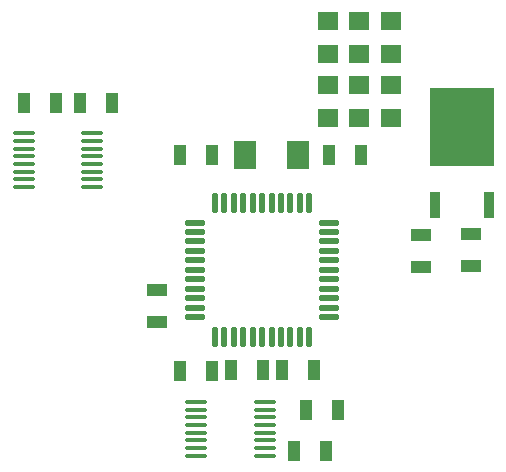
<source format=gtp>
%FSLAX25Y25*%
%MOIN*%
G70*
G01*
G75*
G04 Layer_Color=8421504*
%ADD10C,0.02756*%
%ADD11C,0.01181*%
%ADD12C,0.01969*%
%ADD13C,0.01575*%
%ADD14C,0.03543*%
%ADD15C,0.03937*%
%ADD16C,0.03150*%
%ADD17R,0.04331X0.06693*%
%ADD18R,0.07480X0.09449*%
%ADD19O,0.07874X0.01378*%
%ADD20R,0.06693X0.04331*%
%ADD21R,0.03740X0.08661*%
%ADD22R,0.21654X0.26378*%
%ADD23O,0.06890X0.02165*%
%ADD24O,0.02165X0.06890*%
%ADD25R,0.07087X0.06299*%
G04:AMPARAMS|DCode=26|XSize=49.5mil|YSize=30mil|CornerRadius=0mil|HoleSize=0mil|Usage=FLASHONLY|Rotation=315.000|XOffset=0mil|YOffset=0mil|HoleType=Round|Shape=Rectangle|*
%AMROTATEDRECTD26*
4,1,4,-0.02811,0.00689,-0.00689,0.02811,0.02811,-0.00689,0.00689,-0.02811,-0.02811,0.00689,0.0*
%
%ADD26ROTATEDRECTD26*%

G04:AMPARAMS|DCode=27|XSize=49.5mil|YSize=30mil|CornerRadius=0mil|HoleSize=0mil|Usage=FLASHONLY|Rotation=45.000|XOffset=0mil|YOffset=0mil|HoleType=Round|Shape=Rectangle|*
%AMROTATEDRECTD27*
4,1,4,-0.00689,-0.02811,-0.02811,-0.00689,0.00689,0.02811,0.02811,0.00689,-0.00689,-0.02811,0.0*
%
%ADD27ROTATEDRECTD27*%

G04:AMPARAMS|DCode=28|XSize=42.4mil|YSize=15.23mil|CornerRadius=0mil|HoleSize=0mil|Usage=FLASHONLY|Rotation=315.000|XOffset=0mil|YOffset=0mil|HoleType=Round|Shape=Rectangle|*
%AMROTATEDRECTD28*
4,1,4,-0.02038,0.00961,-0.00961,0.02038,0.02038,-0.00961,0.00961,-0.02038,-0.02038,0.00961,0.0*
%
%ADD28ROTATEDRECTD28*%

G04:AMPARAMS|DCode=29|XSize=65mil|YSize=27.71mil|CornerRadius=0mil|HoleSize=0mil|Usage=FLASHONLY|Rotation=315.000|XOffset=0mil|YOffset=0mil|HoleType=Round|Shape=Rectangle|*
%AMROTATEDRECTD29*
4,1,4,-0.03278,0.01318,-0.01318,0.03278,0.03278,-0.01318,0.01318,-0.03278,-0.03278,0.01318,0.0*
%
%ADD29ROTATEDRECTD29*%

G04:AMPARAMS|DCode=30|XSize=60.87mil|YSize=31.82mil|CornerRadius=0mil|HoleSize=0mil|Usage=FLASHONLY|Rotation=45.000|XOffset=0mil|YOffset=0mil|HoleType=Round|Shape=Rectangle|*
%AMROTATEDRECTD30*
4,1,4,-0.01027,-0.03277,-0.03277,-0.01027,0.01027,0.03277,0.03277,0.01027,-0.01027,-0.03277,0.0*
%
%ADD30ROTATEDRECTD30*%

G04:AMPARAMS|DCode=31|XSize=55mil|YSize=25mil|CornerRadius=0mil|HoleSize=0mil|Usage=FLASHONLY|Rotation=45.000|XOffset=0mil|YOffset=0mil|HoleType=Round|Shape=Rectangle|*
%AMROTATEDRECTD31*
4,1,4,-0.01061,-0.02828,-0.02828,-0.01061,0.01061,0.02828,0.02828,0.01061,-0.01061,-0.02828,0.0*
%
%ADD31ROTATEDRECTD31*%

%ADD32R,0.00500X0.01000*%
G04:AMPARAMS|DCode=33|XSize=65mil|YSize=30mil|CornerRadius=0mil|HoleSize=0mil|Usage=FLASHONLY|Rotation=311.618|XOffset=0mil|YOffset=0mil|HoleType=Round|Shape=Rectangle|*
%AMROTATEDRECTD33*
4,1,4,-0.03280,0.01433,-0.01037,0.03426,0.03280,-0.01433,0.01037,-0.03426,-0.03280,0.01433,0.0*
%
%ADD33ROTATEDRECTD33*%

%ADD34P,0.07071X4X360.0*%
G04:AMPARAMS|DCode=35|XSize=40.51mil|YSize=13.28mil|CornerRadius=0mil|HoleSize=0mil|Usage=FLASHONLY|Rotation=45.000|XOffset=0mil|YOffset=0mil|HoleType=Round|Shape=Rectangle|*
%AMROTATEDRECTD35*
4,1,4,-0.00963,-0.01902,-0.01902,-0.00963,0.00963,0.01902,0.01902,0.00963,-0.00963,-0.01902,0.0*
%
%ADD35ROTATEDRECTD35*%

G04:AMPARAMS|DCode=36|XSize=40mil|YSize=11.71mil|CornerRadius=0mil|HoleSize=0mil|Usage=FLASHONLY|Rotation=51.340|XOffset=0mil|YOffset=0mil|HoleType=Round|Shape=Rectangle|*
%AMROTATEDRECTD36*
4,1,4,-0.00792,-0.01928,-0.01707,-0.01196,0.00792,0.01928,0.01707,0.01196,-0.00792,-0.01928,0.0*
%
%ADD36ROTATEDRECTD36*%

G04:AMPARAMS|DCode=37|XSize=31.15mil|YSize=14.57mil|CornerRadius=0mil|HoleSize=0mil|Usage=FLASHONLY|Rotation=315.000|XOffset=0mil|YOffset=0mil|HoleType=Round|Shape=Rectangle|*
%AMROTATEDRECTD37*
4,1,4,-0.01617,0.00586,-0.00586,0.01617,0.01617,-0.00586,0.00586,-0.01617,-0.01617,0.00586,0.0*
%
%ADD37ROTATEDRECTD37*%

G04:AMPARAMS|DCode=38|XSize=35mil|YSize=15mil|CornerRadius=0mil|HoleSize=0mil|Usage=FLASHONLY|Rotation=45.000|XOffset=0mil|YOffset=0mil|HoleType=Round|Shape=Rectangle|*
%AMROTATEDRECTD38*
4,1,4,-0.00707,-0.01768,-0.01768,-0.00707,0.00707,0.01768,0.01768,0.00707,-0.00707,-0.01768,0.0*
%
%ADD38ROTATEDRECTD38*%

G04:AMPARAMS|DCode=39|XSize=35mil|YSize=15mil|CornerRadius=0mil|HoleSize=0mil|Usage=FLASHONLY|Rotation=315.000|XOffset=0mil|YOffset=0mil|HoleType=Round|Shape=Rectangle|*
%AMROTATEDRECTD39*
4,1,4,-0.01768,0.00707,-0.00707,0.01768,0.01768,-0.00707,0.00707,-0.01768,-0.01768,0.00707,0.0*
%
%ADD39ROTATEDRECTD39*%

G04:AMPARAMS|DCode=40|XSize=17.93mil|YSize=33.18mil|CornerRadius=0mil|HoleSize=0mil|Usage=FLASHONLY|Rotation=315.000|XOffset=0mil|YOffset=0mil|HoleType=Round|Shape=Rectangle|*
%AMROTATEDRECTD40*
4,1,4,-0.01807,-0.00539,0.00539,0.01807,0.01807,0.00539,-0.00539,-0.01807,-0.01807,-0.00539,0.0*
%
%ADD40ROTATEDRECTD40*%

G04:AMPARAMS|DCode=41|XSize=27.23mil|YSize=15mil|CornerRadius=0mil|HoleSize=0mil|Usage=FLASHONLY|Rotation=45.000|XOffset=0mil|YOffset=0mil|HoleType=Round|Shape=Rectangle|*
%AMROTATEDRECTD41*
4,1,4,-0.00432,-0.01493,-0.01493,-0.00432,0.00432,0.01493,0.01493,0.00432,-0.00432,-0.01493,0.0*
%
%ADD41ROTATEDRECTD41*%

G04:AMPARAMS|DCode=42|XSize=30.51mil|YSize=15mil|CornerRadius=0mil|HoleSize=0mil|Usage=FLASHONLY|Rotation=315.000|XOffset=0mil|YOffset=0mil|HoleType=Round|Shape=Rectangle|*
%AMROTATEDRECTD42*
4,1,4,-0.01609,0.00548,-0.00548,0.01609,0.01609,-0.00548,0.00548,-0.01609,-0.01609,0.00548,0.0*
%
%ADD42ROTATEDRECTD42*%

G04:AMPARAMS|DCode=43|XSize=15mil|YSize=10.61mil|CornerRadius=0mil|HoleSize=0mil|Usage=FLASHONLY|Rotation=315.000|XOffset=0mil|YOffset=0mil|HoleType=Round|Shape=Rectangle|*
%AMROTATEDRECTD43*
4,1,4,-0.00905,0.00155,-0.00155,0.00905,0.00905,-0.00155,0.00155,-0.00905,-0.00905,0.00155,0.0*
%
%ADD43ROTATEDRECTD43*%

G04:AMPARAMS|DCode=44|XSize=25mil|YSize=11.24mil|CornerRadius=0mil|HoleSize=0mil|Usage=FLASHONLY|Rotation=41.479|XOffset=0mil|YOffset=0mil|HoleType=Round|Shape=Rectangle|*
%AMROTATEDRECTD44*
4,1,4,-0.00564,-0.01249,-0.01309,-0.00407,0.00564,0.01249,0.01309,0.00407,-0.00564,-0.01249,0.0*
%
%ADD44ROTATEDRECTD44*%

G04:AMPARAMS|DCode=45|XSize=19.45mil|YSize=10mil|CornerRadius=0mil|HoleSize=0mil|Usage=FLASHONLY|Rotation=311.390|XOffset=0mil|YOffset=0mil|HoleType=Round|Shape=Rectangle|*
%AMROTATEDRECTD45*
4,1,4,-0.01018,0.00399,-0.00268,0.01060,0.01018,-0.00399,0.00268,-0.01060,-0.01018,0.00399,0.0*
%
%ADD45ROTATEDRECTD45*%

G04:AMPARAMS|DCode=46|XSize=23.54mil|YSize=10mil|CornerRadius=0mil|HoleSize=0mil|Usage=FLASHONLY|Rotation=45.000|XOffset=0mil|YOffset=0mil|HoleType=Round|Shape=Rectangle|*
%AMROTATEDRECTD46*
4,1,4,-0.00479,-0.01186,-0.01186,-0.00479,0.00479,0.01186,0.01186,0.00479,-0.00479,-0.01186,0.0*
%
%ADD46ROTATEDRECTD46*%

G04:AMPARAMS|DCode=47|XSize=49.5mil|YSize=17.93mil|CornerRadius=0mil|HoleSize=0mil|Usage=FLASHONLY|Rotation=45.000|XOffset=0mil|YOffset=0mil|HoleType=Round|Shape=Rectangle|*
%AMROTATEDRECTD47*
4,1,4,-0.01116,-0.02384,-0.02384,-0.01116,0.01116,0.02384,0.02384,0.01116,-0.01116,-0.02384,0.0*
%
%ADD47ROTATEDRECTD47*%

G04:AMPARAMS|DCode=48|XSize=71.37mil|YSize=59.39mil|CornerRadius=0mil|HoleSize=0mil|Usage=FLASHONLY|Rotation=330.602|XOffset=0mil|YOffset=0mil|HoleType=Round|Shape=Rectangle|*
%AMROTATEDRECTD48*
4,1,4,-0.04567,-0.00836,-0.01652,0.04339,0.04567,0.00836,0.01652,-0.04339,-0.04567,-0.00836,0.0*
%
%ADD48ROTATEDRECTD48*%

G04:AMPARAMS|DCode=49|XSize=106.12mil|YSize=43.14mil|CornerRadius=0mil|HoleSize=0mil|Usage=FLASHONLY|Rotation=315.000|XOffset=0mil|YOffset=0mil|HoleType=Round|Shape=Rectangle|*
%AMROTATEDRECTD49*
4,1,4,-0.05277,0.02227,-0.02227,0.05277,0.05277,-0.02227,0.02227,-0.05277,-0.05277,0.02227,0.0*
%
%ADD49ROTATEDRECTD49*%

G04:AMPARAMS|DCode=50|XSize=43.52mil|YSize=25.48mil|CornerRadius=0mil|HoleSize=0mil|Usage=FLASHONLY|Rotation=50.423|XOffset=0mil|YOffset=0mil|HoleType=Round|Shape=Rectangle|*
%AMROTATEDRECTD50*
4,1,4,-0.00405,-0.02489,-0.02368,-0.00866,0.00405,0.02489,0.02368,0.00866,-0.00405,-0.02489,0.0*
%
%ADD50ROTATEDRECTD50*%

%ADD51R,0.19500X0.06500*%
%ADD52R,0.05906X0.05906*%
%ADD53C,0.05906*%
%ADD54O,0.09843X0.04724*%
%ADD55R,0.09843X0.04724*%
%ADD56R,0.05906X0.05906*%
%ADD57C,0.06693*%
%ADD58C,0.08661*%
%ADD59R,0.08661X0.08661*%
%ADD60C,0.05000*%
%ADD61C,0.04000*%
%ADD62C,0.07543*%
%ADD63C,0.07150*%
%ADD64C,0.08724*%
%ADD65C,0.06800*%
G04:AMPARAMS|DCode=66|XSize=40mil|YSize=42.6mil|CornerRadius=0mil|HoleSize=0mil|Usage=FLASHONLY|Rotation=45.000|XOffset=0mil|YOffset=0mil|HoleType=Round|Shape=Rectangle|*
%AMROTATEDRECTD66*
4,1,4,0.00092,-0.02920,-0.02920,0.00092,-0.00092,0.02920,0.02920,-0.00092,0.00092,-0.02920,0.0*
%
%ADD66ROTATEDRECTD66*%

%ADD67C,0.00984*%
%ADD68C,0.02362*%
%ADD69C,0.00787*%
D17*
X81315Y110500D02*
D03*
X70685D02*
D03*
X120185D02*
D03*
X130815D02*
D03*
X123315Y25500D02*
D03*
X112685D02*
D03*
X119315Y12000D02*
D03*
X108685D02*
D03*
X104685Y38815D02*
D03*
X115315D02*
D03*
X70685Y38624D02*
D03*
X81315D02*
D03*
X87685Y38815D02*
D03*
X98315D02*
D03*
X37185Y127815D02*
D03*
X47815D02*
D03*
X29315D02*
D03*
X18685D02*
D03*
D18*
X92142Y110500D02*
D03*
X109858D02*
D03*
D19*
X76083Y28272D02*
D03*
Y25713D02*
D03*
Y23154D02*
D03*
Y20595D02*
D03*
Y18035D02*
D03*
Y15476D02*
D03*
Y12917D02*
D03*
Y10358D02*
D03*
X98917Y28272D02*
D03*
Y25713D02*
D03*
Y23154D02*
D03*
Y20595D02*
D03*
Y18035D02*
D03*
Y15476D02*
D03*
Y12917D02*
D03*
Y10358D02*
D03*
X18583Y117772D02*
D03*
Y115213D02*
D03*
Y112654D02*
D03*
Y110094D02*
D03*
Y107535D02*
D03*
Y104976D02*
D03*
Y102417D02*
D03*
Y99858D02*
D03*
X41417Y117772D02*
D03*
Y115213D02*
D03*
Y112654D02*
D03*
Y110094D02*
D03*
Y107535D02*
D03*
Y104976D02*
D03*
Y102417D02*
D03*
Y99858D02*
D03*
D20*
X167500Y84130D02*
D03*
Y73500D02*
D03*
X151000Y73185D02*
D03*
Y83815D02*
D03*
X63000Y65630D02*
D03*
Y55000D02*
D03*
D21*
X155524Y93992D02*
D03*
X173476D02*
D03*
D22*
X164500Y119780D02*
D03*
D23*
X120244Y88063D02*
D03*
Y84913D02*
D03*
Y81764D02*
D03*
Y78614D02*
D03*
Y75465D02*
D03*
Y72315D02*
D03*
Y69165D02*
D03*
Y66016D02*
D03*
Y62866D02*
D03*
Y59716D02*
D03*
Y56567D02*
D03*
X75756D02*
D03*
Y59716D02*
D03*
Y62866D02*
D03*
Y66016D02*
D03*
Y69165D02*
D03*
Y72315D02*
D03*
Y75465D02*
D03*
Y78614D02*
D03*
Y81764D02*
D03*
Y84913D02*
D03*
Y88063D02*
D03*
D24*
X113748Y50071D02*
D03*
X110598D02*
D03*
X107449D02*
D03*
X104299D02*
D03*
X101150D02*
D03*
X98000D02*
D03*
X94850D02*
D03*
X91701D02*
D03*
X88551D02*
D03*
X85402D02*
D03*
X82252D02*
D03*
Y94559D02*
D03*
X85402D02*
D03*
X88551D02*
D03*
X91701D02*
D03*
X94850D02*
D03*
X98000D02*
D03*
X101150D02*
D03*
X104299D02*
D03*
X107449D02*
D03*
X110598D02*
D03*
X113748D02*
D03*
D25*
X141000Y122803D02*
D03*
Y133827D02*
D03*
X130438Y122803D02*
D03*
Y133827D02*
D03*
X119875Y122803D02*
D03*
Y133827D02*
D03*
X141000Y144303D02*
D03*
Y155327D02*
D03*
X130438Y144303D02*
D03*
Y155327D02*
D03*
X119875Y144303D02*
D03*
Y155327D02*
D03*
M02*

</source>
